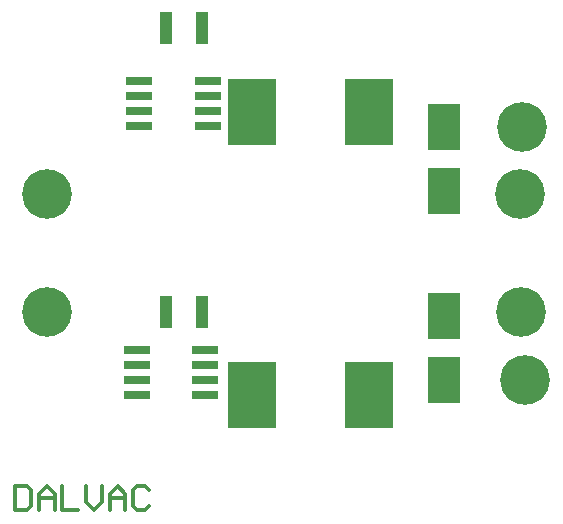
<source format=gts>
G04*
G04 #@! TF.GenerationSoftware,Altium Limited,Altium Designer,24.1.2 (44)*
G04*
G04 Layer_Color=8388736*
%FSLAX44Y44*%
%MOMM*%
G71*
G04*
G04 #@! TF.SameCoordinates,4217E398-C2CF-4D03-8A17-56E4B4A10716*
G04*
G04*
G04 #@! TF.FilePolarity,Negative*
G04*
G01*
G75*
%ADD16C,0.3000*%
%ADD17R,2.3032X0.8032*%
%ADD18R,2.7532X3.9532*%
%ADD19R,4.0532X5.7032*%
%ADD20R,1.1032X2.7032*%
%ADD21C,4.2032*%
D16*
X23000Y52993D02*
Y33000D01*
X32997D01*
X36329Y36332D01*
Y49661D01*
X32997Y52993D01*
X23000D01*
X42994Y33000D02*
Y46329D01*
X49658Y52993D01*
X56323Y46329D01*
Y33000D01*
Y42997D01*
X42994D01*
X62987Y52993D02*
Y33000D01*
X76316D01*
X82981Y52993D02*
Y39664D01*
X89645Y33000D01*
X96310Y39664D01*
Y52993D01*
X102974Y33000D02*
Y46329D01*
X109639Y52993D01*
X116303Y46329D01*
Y33000D01*
Y42997D01*
X102974D01*
X136297Y49661D02*
X132965Y52993D01*
X126300D01*
X122968Y49661D01*
Y36332D01*
X126300Y33000D01*
X132965D01*
X136297Y36332D01*
D17*
X126000Y168050D02*
D03*
Y155350D02*
D03*
Y142650D02*
D03*
Y129950D02*
D03*
X184000Y168050D02*
D03*
Y155350D02*
D03*
Y142650D02*
D03*
Y129950D02*
D03*
X186000Y357950D02*
D03*
Y370650D02*
D03*
Y383350D02*
D03*
Y396050D02*
D03*
X128000Y357950D02*
D03*
Y370650D02*
D03*
Y383350D02*
D03*
Y396050D02*
D03*
D18*
X386000Y357000D02*
D03*
Y303000D02*
D03*
Y143000D02*
D03*
Y197000D02*
D03*
D19*
X223250Y130000D02*
D03*
X322750D02*
D03*
X223250Y370000D02*
D03*
X322750D02*
D03*
D20*
X150500Y441000D02*
D03*
X181500D02*
D03*
X150500Y200000D02*
D03*
X181500D02*
D03*
D21*
X452000Y357000D02*
D03*
X455000Y143000D02*
D03*
X450000Y300000D02*
D03*
X451000Y200000D02*
D03*
X50000D02*
D03*
Y300000D02*
D03*
M02*

</source>
